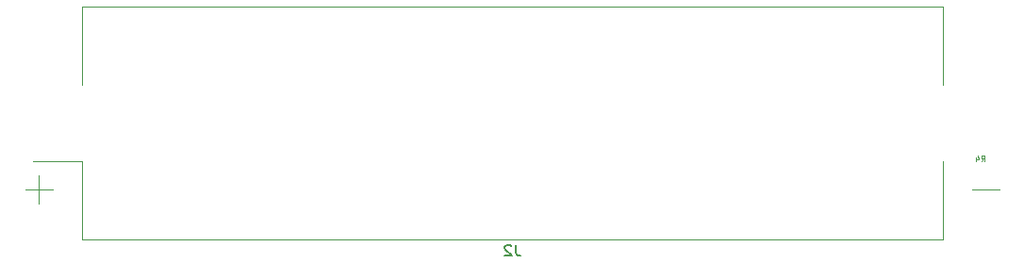
<source format=gbr>
G04 #@! TF.GenerationSoftware,KiCad,Pcbnew,(5.1.5)-3*
G04 #@! TF.CreationDate,2020-05-17T20:07:58+05:30*
G04 #@! TF.ProjectId,ArmTrax,41726d54-7261-4782-9e6b-696361645f70,rev?*
G04 #@! TF.SameCoordinates,Original*
G04 #@! TF.FileFunction,Legend,Bot*
G04 #@! TF.FilePolarity,Positive*
%FSLAX46Y46*%
G04 Gerber Fmt 4.6, Leading zero omitted, Abs format (unit mm)*
G04 Created by KiCad (PCBNEW (5.1.5)-3) date 2020-05-17 20:07:58*
%MOMM*%
%LPD*%
G04 APERTURE LIST*
%ADD10C,0.120000*%
%ADD11C,0.150000*%
%ADD12C,0.075000*%
G04 APERTURE END LIST*
D10*
X61300000Y-68350000D02*
X61300000Y-70850000D01*
X60050000Y-69600000D02*
X62550000Y-69600000D01*
X147550000Y-69600000D02*
X145050000Y-69600000D01*
X142440000Y-67040000D02*
X142440000Y-74020000D01*
X142440000Y-74040000D02*
X65160000Y-74040000D01*
X65160000Y-74040000D02*
X65160000Y-67040000D01*
X142440000Y-60160000D02*
X142440000Y-53160000D01*
X142440000Y-53160000D02*
X65160000Y-53160000D01*
X65160000Y-53160000D02*
X65160000Y-60160000D01*
X65160000Y-67040000D02*
X60800000Y-67040000D01*
D11*
X104133333Y-74552380D02*
X104133333Y-75266666D01*
X104180952Y-75409523D01*
X104276190Y-75504761D01*
X104419047Y-75552380D01*
X104514285Y-75552380D01*
X103704761Y-74647619D02*
X103657142Y-74600000D01*
X103561904Y-74552380D01*
X103323809Y-74552380D01*
X103228571Y-74600000D01*
X103180952Y-74647619D01*
X103133333Y-74742857D01*
X103133333Y-74838095D01*
X103180952Y-74980952D01*
X103752380Y-75552380D01*
X103133333Y-75552380D01*
D12*
X145898333Y-67056190D02*
X146065000Y-66818095D01*
X146184047Y-67056190D02*
X146184047Y-66556190D01*
X145993571Y-66556190D01*
X145945952Y-66580000D01*
X145922142Y-66603809D01*
X145898333Y-66651428D01*
X145898333Y-66722857D01*
X145922142Y-66770476D01*
X145945952Y-66794285D01*
X145993571Y-66818095D01*
X146184047Y-66818095D01*
X145469761Y-66722857D02*
X145469761Y-67056190D01*
X145588809Y-66532380D02*
X145707857Y-66889523D01*
X145398333Y-66889523D01*
M02*

</source>
